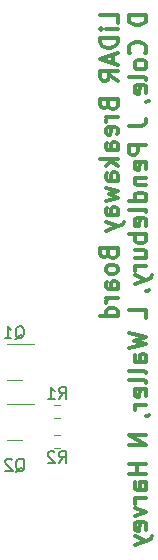
<source format=gbr>
%TF.GenerationSoftware,KiCad,Pcbnew,(7.0.0)*%
%TF.CreationDate,2023-04-25T13:15:43+01:00*%
%TF.ProjectId,LiDAR-Board,4c694441-522d-4426-9f61-72642e6b6963,rev?*%
%TF.SameCoordinates,Original*%
%TF.FileFunction,Legend,Bot*%
%TF.FilePolarity,Positive*%
%FSLAX46Y46*%
G04 Gerber Fmt 4.6, Leading zero omitted, Abs format (unit mm)*
G04 Created by KiCad (PCBNEW (7.0.0)) date 2023-04-25 13:15:43*
%MOMM*%
%LPD*%
G01*
G04 APERTURE LIST*
%ADD10C,0.300000*%
%ADD11C,0.150000*%
%ADD12C,0.120000*%
G04 APERTURE END LIST*
D10*
X153682171Y-93629028D02*
X153682171Y-92914742D01*
X153682171Y-92914742D02*
X152182171Y-92914742D01*
X153682171Y-94129028D02*
X152682171Y-94129028D01*
X152182171Y-94129028D02*
X152253600Y-94057600D01*
X152253600Y-94057600D02*
X152325028Y-94129028D01*
X152325028Y-94129028D02*
X152253600Y-94200457D01*
X152253600Y-94200457D02*
X152182171Y-94129028D01*
X152182171Y-94129028D02*
X152325028Y-94129028D01*
X153682171Y-94843314D02*
X152182171Y-94843314D01*
X152182171Y-94843314D02*
X152182171Y-95200457D01*
X152182171Y-95200457D02*
X152253600Y-95414743D01*
X152253600Y-95414743D02*
X152396457Y-95557600D01*
X152396457Y-95557600D02*
X152539314Y-95629029D01*
X152539314Y-95629029D02*
X152825028Y-95700457D01*
X152825028Y-95700457D02*
X153039314Y-95700457D01*
X153039314Y-95700457D02*
X153325028Y-95629029D01*
X153325028Y-95629029D02*
X153467885Y-95557600D01*
X153467885Y-95557600D02*
X153610742Y-95414743D01*
X153610742Y-95414743D02*
X153682171Y-95200457D01*
X153682171Y-95200457D02*
X153682171Y-94843314D01*
X153253600Y-96271886D02*
X153253600Y-96986172D01*
X153682171Y-96129029D02*
X152182171Y-96629029D01*
X152182171Y-96629029D02*
X153682171Y-97129029D01*
X153682171Y-98486171D02*
X152967885Y-97986171D01*
X153682171Y-97629028D02*
X152182171Y-97629028D01*
X152182171Y-97629028D02*
X152182171Y-98200457D01*
X152182171Y-98200457D02*
X152253600Y-98343314D01*
X152253600Y-98343314D02*
X152325028Y-98414743D01*
X152325028Y-98414743D02*
X152467885Y-98486171D01*
X152467885Y-98486171D02*
X152682171Y-98486171D01*
X152682171Y-98486171D02*
X152825028Y-98414743D01*
X152825028Y-98414743D02*
X152896457Y-98343314D01*
X152896457Y-98343314D02*
X152967885Y-98200457D01*
X152967885Y-98200457D02*
X152967885Y-97629028D01*
X152896457Y-100529028D02*
X152967885Y-100743314D01*
X152967885Y-100743314D02*
X153039314Y-100814743D01*
X153039314Y-100814743D02*
X153182171Y-100886171D01*
X153182171Y-100886171D02*
X153396457Y-100886171D01*
X153396457Y-100886171D02*
X153539314Y-100814743D01*
X153539314Y-100814743D02*
X153610742Y-100743314D01*
X153610742Y-100743314D02*
X153682171Y-100600457D01*
X153682171Y-100600457D02*
X153682171Y-100029028D01*
X153682171Y-100029028D02*
X152182171Y-100029028D01*
X152182171Y-100029028D02*
X152182171Y-100529028D01*
X152182171Y-100529028D02*
X152253600Y-100671886D01*
X152253600Y-100671886D02*
X152325028Y-100743314D01*
X152325028Y-100743314D02*
X152467885Y-100814743D01*
X152467885Y-100814743D02*
X152610742Y-100814743D01*
X152610742Y-100814743D02*
X152753600Y-100743314D01*
X152753600Y-100743314D02*
X152825028Y-100671886D01*
X152825028Y-100671886D02*
X152896457Y-100529028D01*
X152896457Y-100529028D02*
X152896457Y-100029028D01*
X153682171Y-101529028D02*
X152682171Y-101529028D01*
X152967885Y-101529028D02*
X152825028Y-101600457D01*
X152825028Y-101600457D02*
X152753600Y-101671886D01*
X152753600Y-101671886D02*
X152682171Y-101814743D01*
X152682171Y-101814743D02*
X152682171Y-101957600D01*
X153610742Y-103029028D02*
X153682171Y-102886171D01*
X153682171Y-102886171D02*
X153682171Y-102600457D01*
X153682171Y-102600457D02*
X153610742Y-102457599D01*
X153610742Y-102457599D02*
X153467885Y-102386171D01*
X153467885Y-102386171D02*
X152896457Y-102386171D01*
X152896457Y-102386171D02*
X152753600Y-102457599D01*
X152753600Y-102457599D02*
X152682171Y-102600457D01*
X152682171Y-102600457D02*
X152682171Y-102886171D01*
X152682171Y-102886171D02*
X152753600Y-103029028D01*
X152753600Y-103029028D02*
X152896457Y-103100457D01*
X152896457Y-103100457D02*
X153039314Y-103100457D01*
X153039314Y-103100457D02*
X153182171Y-102386171D01*
X153682171Y-104386171D02*
X152896457Y-104386171D01*
X152896457Y-104386171D02*
X152753600Y-104314742D01*
X152753600Y-104314742D02*
X152682171Y-104171885D01*
X152682171Y-104171885D02*
X152682171Y-103886171D01*
X152682171Y-103886171D02*
X152753600Y-103743313D01*
X153610742Y-104386171D02*
X153682171Y-104243313D01*
X153682171Y-104243313D02*
X153682171Y-103886171D01*
X153682171Y-103886171D02*
X153610742Y-103743313D01*
X153610742Y-103743313D02*
X153467885Y-103671885D01*
X153467885Y-103671885D02*
X153325028Y-103671885D01*
X153325028Y-103671885D02*
X153182171Y-103743313D01*
X153182171Y-103743313D02*
X153110742Y-103886171D01*
X153110742Y-103886171D02*
X153110742Y-104243313D01*
X153110742Y-104243313D02*
X153039314Y-104386171D01*
X153682171Y-105100456D02*
X152182171Y-105100456D01*
X153110742Y-105243314D02*
X153682171Y-105671885D01*
X152682171Y-105671885D02*
X153253600Y-105100456D01*
X153682171Y-106957600D02*
X152896457Y-106957600D01*
X152896457Y-106957600D02*
X152753600Y-106886171D01*
X152753600Y-106886171D02*
X152682171Y-106743314D01*
X152682171Y-106743314D02*
X152682171Y-106457600D01*
X152682171Y-106457600D02*
X152753600Y-106314742D01*
X153610742Y-106957600D02*
X153682171Y-106814742D01*
X153682171Y-106814742D02*
X153682171Y-106457600D01*
X153682171Y-106457600D02*
X153610742Y-106314742D01*
X153610742Y-106314742D02*
X153467885Y-106243314D01*
X153467885Y-106243314D02*
X153325028Y-106243314D01*
X153325028Y-106243314D02*
X153182171Y-106314742D01*
X153182171Y-106314742D02*
X153110742Y-106457600D01*
X153110742Y-106457600D02*
X153110742Y-106814742D01*
X153110742Y-106814742D02*
X153039314Y-106957600D01*
X152682171Y-107529028D02*
X153682171Y-107814743D01*
X153682171Y-107814743D02*
X152967885Y-108100457D01*
X152967885Y-108100457D02*
X153682171Y-108386171D01*
X153682171Y-108386171D02*
X152682171Y-108671885D01*
X153682171Y-109886172D02*
X152896457Y-109886172D01*
X152896457Y-109886172D02*
X152753600Y-109814743D01*
X152753600Y-109814743D02*
X152682171Y-109671886D01*
X152682171Y-109671886D02*
X152682171Y-109386172D01*
X152682171Y-109386172D02*
X152753600Y-109243314D01*
X153610742Y-109886172D02*
X153682171Y-109743314D01*
X153682171Y-109743314D02*
X153682171Y-109386172D01*
X153682171Y-109386172D02*
X153610742Y-109243314D01*
X153610742Y-109243314D02*
X153467885Y-109171886D01*
X153467885Y-109171886D02*
X153325028Y-109171886D01*
X153325028Y-109171886D02*
X153182171Y-109243314D01*
X153182171Y-109243314D02*
X153110742Y-109386172D01*
X153110742Y-109386172D02*
X153110742Y-109743314D01*
X153110742Y-109743314D02*
X153039314Y-109886172D01*
X152682171Y-110457600D02*
X153682171Y-110814743D01*
X152682171Y-111171886D02*
X153682171Y-110814743D01*
X153682171Y-110814743D02*
X154039314Y-110671886D01*
X154039314Y-110671886D02*
X154110742Y-110600457D01*
X154110742Y-110600457D02*
X154182171Y-110457600D01*
X152896457Y-113143314D02*
X152967885Y-113357600D01*
X152967885Y-113357600D02*
X153039314Y-113429029D01*
X153039314Y-113429029D02*
X153182171Y-113500457D01*
X153182171Y-113500457D02*
X153396457Y-113500457D01*
X153396457Y-113500457D02*
X153539314Y-113429029D01*
X153539314Y-113429029D02*
X153610742Y-113357600D01*
X153610742Y-113357600D02*
X153682171Y-113214743D01*
X153682171Y-113214743D02*
X153682171Y-112643314D01*
X153682171Y-112643314D02*
X152182171Y-112643314D01*
X152182171Y-112643314D02*
X152182171Y-113143314D01*
X152182171Y-113143314D02*
X152253600Y-113286172D01*
X152253600Y-113286172D02*
X152325028Y-113357600D01*
X152325028Y-113357600D02*
X152467885Y-113429029D01*
X152467885Y-113429029D02*
X152610742Y-113429029D01*
X152610742Y-113429029D02*
X152753600Y-113357600D01*
X152753600Y-113357600D02*
X152825028Y-113286172D01*
X152825028Y-113286172D02*
X152896457Y-113143314D01*
X152896457Y-113143314D02*
X152896457Y-112643314D01*
X153682171Y-114357600D02*
X153610742Y-114214743D01*
X153610742Y-114214743D02*
X153539314Y-114143314D01*
X153539314Y-114143314D02*
X153396457Y-114071886D01*
X153396457Y-114071886D02*
X152967885Y-114071886D01*
X152967885Y-114071886D02*
X152825028Y-114143314D01*
X152825028Y-114143314D02*
X152753600Y-114214743D01*
X152753600Y-114214743D02*
X152682171Y-114357600D01*
X152682171Y-114357600D02*
X152682171Y-114571886D01*
X152682171Y-114571886D02*
X152753600Y-114714743D01*
X152753600Y-114714743D02*
X152825028Y-114786172D01*
X152825028Y-114786172D02*
X152967885Y-114857600D01*
X152967885Y-114857600D02*
X153396457Y-114857600D01*
X153396457Y-114857600D02*
X153539314Y-114786172D01*
X153539314Y-114786172D02*
X153610742Y-114714743D01*
X153610742Y-114714743D02*
X153682171Y-114571886D01*
X153682171Y-114571886D02*
X153682171Y-114357600D01*
X153682171Y-116143315D02*
X152896457Y-116143315D01*
X152896457Y-116143315D02*
X152753600Y-116071886D01*
X152753600Y-116071886D02*
X152682171Y-115929029D01*
X152682171Y-115929029D02*
X152682171Y-115643315D01*
X152682171Y-115643315D02*
X152753600Y-115500457D01*
X153610742Y-116143315D02*
X153682171Y-116000457D01*
X153682171Y-116000457D02*
X153682171Y-115643315D01*
X153682171Y-115643315D02*
X153610742Y-115500457D01*
X153610742Y-115500457D02*
X153467885Y-115429029D01*
X153467885Y-115429029D02*
X153325028Y-115429029D01*
X153325028Y-115429029D02*
X153182171Y-115500457D01*
X153182171Y-115500457D02*
X153110742Y-115643315D01*
X153110742Y-115643315D02*
X153110742Y-116000457D01*
X153110742Y-116000457D02*
X153039314Y-116143315D01*
X153682171Y-116857600D02*
X152682171Y-116857600D01*
X152967885Y-116857600D02*
X152825028Y-116929029D01*
X152825028Y-116929029D02*
X152753600Y-117000458D01*
X152753600Y-117000458D02*
X152682171Y-117143315D01*
X152682171Y-117143315D02*
X152682171Y-117286172D01*
X153682171Y-118429029D02*
X152182171Y-118429029D01*
X153610742Y-118429029D02*
X153682171Y-118286171D01*
X153682171Y-118286171D02*
X153682171Y-118000457D01*
X153682171Y-118000457D02*
X153610742Y-117857600D01*
X153610742Y-117857600D02*
X153539314Y-117786171D01*
X153539314Y-117786171D02*
X153396457Y-117714743D01*
X153396457Y-117714743D02*
X152967885Y-117714743D01*
X152967885Y-117714743D02*
X152825028Y-117786171D01*
X152825028Y-117786171D02*
X152753600Y-117857600D01*
X152753600Y-117857600D02*
X152682171Y-118000457D01*
X152682171Y-118000457D02*
X152682171Y-118286171D01*
X152682171Y-118286171D02*
X152753600Y-118429029D01*
X156112171Y-92914742D02*
X154612171Y-92914742D01*
X154612171Y-92914742D02*
X154612171Y-93271885D01*
X154612171Y-93271885D02*
X154683600Y-93486171D01*
X154683600Y-93486171D02*
X154826457Y-93629028D01*
X154826457Y-93629028D02*
X154969314Y-93700457D01*
X154969314Y-93700457D02*
X155255028Y-93771885D01*
X155255028Y-93771885D02*
X155469314Y-93771885D01*
X155469314Y-93771885D02*
X155755028Y-93700457D01*
X155755028Y-93700457D02*
X155897885Y-93629028D01*
X155897885Y-93629028D02*
X156040742Y-93486171D01*
X156040742Y-93486171D02*
X156112171Y-93271885D01*
X156112171Y-93271885D02*
X156112171Y-92914742D01*
X155969314Y-96171885D02*
X156040742Y-96100457D01*
X156040742Y-96100457D02*
X156112171Y-95886171D01*
X156112171Y-95886171D02*
X156112171Y-95743314D01*
X156112171Y-95743314D02*
X156040742Y-95529028D01*
X156040742Y-95529028D02*
X155897885Y-95386171D01*
X155897885Y-95386171D02*
X155755028Y-95314742D01*
X155755028Y-95314742D02*
X155469314Y-95243314D01*
X155469314Y-95243314D02*
X155255028Y-95243314D01*
X155255028Y-95243314D02*
X154969314Y-95314742D01*
X154969314Y-95314742D02*
X154826457Y-95386171D01*
X154826457Y-95386171D02*
X154683600Y-95529028D01*
X154683600Y-95529028D02*
X154612171Y-95743314D01*
X154612171Y-95743314D02*
X154612171Y-95886171D01*
X154612171Y-95886171D02*
X154683600Y-96100457D01*
X154683600Y-96100457D02*
X154755028Y-96171885D01*
X156112171Y-97029028D02*
X156040742Y-96886171D01*
X156040742Y-96886171D02*
X155969314Y-96814742D01*
X155969314Y-96814742D02*
X155826457Y-96743314D01*
X155826457Y-96743314D02*
X155397885Y-96743314D01*
X155397885Y-96743314D02*
X155255028Y-96814742D01*
X155255028Y-96814742D02*
X155183600Y-96886171D01*
X155183600Y-96886171D02*
X155112171Y-97029028D01*
X155112171Y-97029028D02*
X155112171Y-97243314D01*
X155112171Y-97243314D02*
X155183600Y-97386171D01*
X155183600Y-97386171D02*
X155255028Y-97457600D01*
X155255028Y-97457600D02*
X155397885Y-97529028D01*
X155397885Y-97529028D02*
X155826457Y-97529028D01*
X155826457Y-97529028D02*
X155969314Y-97457600D01*
X155969314Y-97457600D02*
X156040742Y-97386171D01*
X156040742Y-97386171D02*
X156112171Y-97243314D01*
X156112171Y-97243314D02*
X156112171Y-97029028D01*
X156112171Y-98386171D02*
X156040742Y-98243314D01*
X156040742Y-98243314D02*
X155897885Y-98171885D01*
X155897885Y-98171885D02*
X154612171Y-98171885D01*
X156040742Y-99529028D02*
X156112171Y-99386171D01*
X156112171Y-99386171D02*
X156112171Y-99100457D01*
X156112171Y-99100457D02*
X156040742Y-98957599D01*
X156040742Y-98957599D02*
X155897885Y-98886171D01*
X155897885Y-98886171D02*
X155326457Y-98886171D01*
X155326457Y-98886171D02*
X155183600Y-98957599D01*
X155183600Y-98957599D02*
X155112171Y-99100457D01*
X155112171Y-99100457D02*
X155112171Y-99386171D01*
X155112171Y-99386171D02*
X155183600Y-99529028D01*
X155183600Y-99529028D02*
X155326457Y-99600457D01*
X155326457Y-99600457D02*
X155469314Y-99600457D01*
X155469314Y-99600457D02*
X155612171Y-98886171D01*
X156040742Y-100314742D02*
X156112171Y-100314742D01*
X156112171Y-100314742D02*
X156255028Y-100243313D01*
X156255028Y-100243313D02*
X156326457Y-100171885D01*
X154612171Y-102286171D02*
X155683600Y-102286171D01*
X155683600Y-102286171D02*
X155897885Y-102214742D01*
X155897885Y-102214742D02*
X156040742Y-102071885D01*
X156040742Y-102071885D02*
X156112171Y-101857599D01*
X156112171Y-101857599D02*
X156112171Y-101714742D01*
X156112171Y-103900456D02*
X154612171Y-103900456D01*
X154612171Y-103900456D02*
X154612171Y-104471885D01*
X154612171Y-104471885D02*
X154683600Y-104614742D01*
X154683600Y-104614742D02*
X154755028Y-104686171D01*
X154755028Y-104686171D02*
X154897885Y-104757599D01*
X154897885Y-104757599D02*
X155112171Y-104757599D01*
X155112171Y-104757599D02*
X155255028Y-104686171D01*
X155255028Y-104686171D02*
X155326457Y-104614742D01*
X155326457Y-104614742D02*
X155397885Y-104471885D01*
X155397885Y-104471885D02*
X155397885Y-103900456D01*
X156040742Y-105971885D02*
X156112171Y-105829028D01*
X156112171Y-105829028D02*
X156112171Y-105543314D01*
X156112171Y-105543314D02*
X156040742Y-105400456D01*
X156040742Y-105400456D02*
X155897885Y-105329028D01*
X155897885Y-105329028D02*
X155326457Y-105329028D01*
X155326457Y-105329028D02*
X155183600Y-105400456D01*
X155183600Y-105400456D02*
X155112171Y-105543314D01*
X155112171Y-105543314D02*
X155112171Y-105829028D01*
X155112171Y-105829028D02*
X155183600Y-105971885D01*
X155183600Y-105971885D02*
X155326457Y-106043314D01*
X155326457Y-106043314D02*
X155469314Y-106043314D01*
X155469314Y-106043314D02*
X155612171Y-105329028D01*
X155112171Y-106686170D02*
X156112171Y-106686170D01*
X155255028Y-106686170D02*
X155183600Y-106757599D01*
X155183600Y-106757599D02*
X155112171Y-106900456D01*
X155112171Y-106900456D02*
X155112171Y-107114742D01*
X155112171Y-107114742D02*
X155183600Y-107257599D01*
X155183600Y-107257599D02*
X155326457Y-107329028D01*
X155326457Y-107329028D02*
X156112171Y-107329028D01*
X156112171Y-108686171D02*
X154612171Y-108686171D01*
X156040742Y-108686171D02*
X156112171Y-108543313D01*
X156112171Y-108543313D02*
X156112171Y-108257599D01*
X156112171Y-108257599D02*
X156040742Y-108114742D01*
X156040742Y-108114742D02*
X155969314Y-108043313D01*
X155969314Y-108043313D02*
X155826457Y-107971885D01*
X155826457Y-107971885D02*
X155397885Y-107971885D01*
X155397885Y-107971885D02*
X155255028Y-108043313D01*
X155255028Y-108043313D02*
X155183600Y-108114742D01*
X155183600Y-108114742D02*
X155112171Y-108257599D01*
X155112171Y-108257599D02*
X155112171Y-108543313D01*
X155112171Y-108543313D02*
X155183600Y-108686171D01*
X156112171Y-109614742D02*
X156040742Y-109471885D01*
X156040742Y-109471885D02*
X155897885Y-109400456D01*
X155897885Y-109400456D02*
X154612171Y-109400456D01*
X156040742Y-110757599D02*
X156112171Y-110614742D01*
X156112171Y-110614742D02*
X156112171Y-110329028D01*
X156112171Y-110329028D02*
X156040742Y-110186170D01*
X156040742Y-110186170D02*
X155897885Y-110114742D01*
X155897885Y-110114742D02*
X155326457Y-110114742D01*
X155326457Y-110114742D02*
X155183600Y-110186170D01*
X155183600Y-110186170D02*
X155112171Y-110329028D01*
X155112171Y-110329028D02*
X155112171Y-110614742D01*
X155112171Y-110614742D02*
X155183600Y-110757599D01*
X155183600Y-110757599D02*
X155326457Y-110829028D01*
X155326457Y-110829028D02*
X155469314Y-110829028D01*
X155469314Y-110829028D02*
X155612171Y-110114742D01*
X156112171Y-111471884D02*
X154612171Y-111471884D01*
X155183600Y-111471884D02*
X155112171Y-111614742D01*
X155112171Y-111614742D02*
X155112171Y-111900456D01*
X155112171Y-111900456D02*
X155183600Y-112043313D01*
X155183600Y-112043313D02*
X155255028Y-112114742D01*
X155255028Y-112114742D02*
X155397885Y-112186170D01*
X155397885Y-112186170D02*
X155826457Y-112186170D01*
X155826457Y-112186170D02*
X155969314Y-112114742D01*
X155969314Y-112114742D02*
X156040742Y-112043313D01*
X156040742Y-112043313D02*
X156112171Y-111900456D01*
X156112171Y-111900456D02*
X156112171Y-111614742D01*
X156112171Y-111614742D02*
X156040742Y-111471884D01*
X155112171Y-113471885D02*
X156112171Y-113471885D01*
X155112171Y-112829027D02*
X155897885Y-112829027D01*
X155897885Y-112829027D02*
X156040742Y-112900456D01*
X156040742Y-112900456D02*
X156112171Y-113043313D01*
X156112171Y-113043313D02*
X156112171Y-113257599D01*
X156112171Y-113257599D02*
X156040742Y-113400456D01*
X156040742Y-113400456D02*
X155969314Y-113471885D01*
X156112171Y-114186170D02*
X155112171Y-114186170D01*
X155397885Y-114186170D02*
X155255028Y-114257599D01*
X155255028Y-114257599D02*
X155183600Y-114329028D01*
X155183600Y-114329028D02*
X155112171Y-114471885D01*
X155112171Y-114471885D02*
X155112171Y-114614742D01*
X155112171Y-114971884D02*
X156112171Y-115329027D01*
X155112171Y-115686170D02*
X156112171Y-115329027D01*
X156112171Y-115329027D02*
X156469314Y-115186170D01*
X156469314Y-115186170D02*
X156540742Y-115114741D01*
X156540742Y-115114741D02*
X156612171Y-114971884D01*
X156040742Y-116329027D02*
X156112171Y-116329027D01*
X156112171Y-116329027D02*
X156255028Y-116257598D01*
X156255028Y-116257598D02*
X156326457Y-116186170D01*
X156112171Y-118586170D02*
X156112171Y-117871884D01*
X156112171Y-117871884D02*
X154612171Y-117871884D01*
X154612171Y-119843313D02*
X156112171Y-120200456D01*
X156112171Y-120200456D02*
X155040742Y-120486170D01*
X155040742Y-120486170D02*
X156112171Y-120771885D01*
X156112171Y-120771885D02*
X154612171Y-121129028D01*
X156112171Y-122343314D02*
X155326457Y-122343314D01*
X155326457Y-122343314D02*
X155183600Y-122271885D01*
X155183600Y-122271885D02*
X155112171Y-122129028D01*
X155112171Y-122129028D02*
X155112171Y-121843314D01*
X155112171Y-121843314D02*
X155183600Y-121700456D01*
X156040742Y-122343314D02*
X156112171Y-122200456D01*
X156112171Y-122200456D02*
X156112171Y-121843314D01*
X156112171Y-121843314D02*
X156040742Y-121700456D01*
X156040742Y-121700456D02*
X155897885Y-121629028D01*
X155897885Y-121629028D02*
X155755028Y-121629028D01*
X155755028Y-121629028D02*
X155612171Y-121700456D01*
X155612171Y-121700456D02*
X155540742Y-121843314D01*
X155540742Y-121843314D02*
X155540742Y-122200456D01*
X155540742Y-122200456D02*
X155469314Y-122343314D01*
X156112171Y-123271885D02*
X156040742Y-123129028D01*
X156040742Y-123129028D02*
X155897885Y-123057599D01*
X155897885Y-123057599D02*
X154612171Y-123057599D01*
X156112171Y-124057599D02*
X156040742Y-123914742D01*
X156040742Y-123914742D02*
X155897885Y-123843313D01*
X155897885Y-123843313D02*
X154612171Y-123843313D01*
X156040742Y-125200456D02*
X156112171Y-125057599D01*
X156112171Y-125057599D02*
X156112171Y-124771885D01*
X156112171Y-124771885D02*
X156040742Y-124629027D01*
X156040742Y-124629027D02*
X155897885Y-124557599D01*
X155897885Y-124557599D02*
X155326457Y-124557599D01*
X155326457Y-124557599D02*
X155183600Y-124629027D01*
X155183600Y-124629027D02*
X155112171Y-124771885D01*
X155112171Y-124771885D02*
X155112171Y-125057599D01*
X155112171Y-125057599D02*
X155183600Y-125200456D01*
X155183600Y-125200456D02*
X155326457Y-125271885D01*
X155326457Y-125271885D02*
X155469314Y-125271885D01*
X155469314Y-125271885D02*
X155612171Y-124557599D01*
X156112171Y-125914741D02*
X155112171Y-125914741D01*
X155397885Y-125914741D02*
X155255028Y-125986170D01*
X155255028Y-125986170D02*
X155183600Y-126057599D01*
X155183600Y-126057599D02*
X155112171Y-126200456D01*
X155112171Y-126200456D02*
X155112171Y-126343313D01*
X156040742Y-126914741D02*
X156112171Y-126914741D01*
X156112171Y-126914741D02*
X156255028Y-126843312D01*
X156255028Y-126843312D02*
X156326457Y-126771884D01*
X156112171Y-128457598D02*
X154612171Y-128457598D01*
X154612171Y-128457598D02*
X156112171Y-129314741D01*
X156112171Y-129314741D02*
X154612171Y-129314741D01*
X156112171Y-130929027D02*
X154612171Y-130929027D01*
X155326457Y-130929027D02*
X155326457Y-131786170D01*
X156112171Y-131786170D02*
X154612171Y-131786170D01*
X156112171Y-133143314D02*
X155326457Y-133143314D01*
X155326457Y-133143314D02*
X155183600Y-133071885D01*
X155183600Y-133071885D02*
X155112171Y-132929028D01*
X155112171Y-132929028D02*
X155112171Y-132643314D01*
X155112171Y-132643314D02*
X155183600Y-132500456D01*
X156040742Y-133143314D02*
X156112171Y-133000456D01*
X156112171Y-133000456D02*
X156112171Y-132643314D01*
X156112171Y-132643314D02*
X156040742Y-132500456D01*
X156040742Y-132500456D02*
X155897885Y-132429028D01*
X155897885Y-132429028D02*
X155755028Y-132429028D01*
X155755028Y-132429028D02*
X155612171Y-132500456D01*
X155612171Y-132500456D02*
X155540742Y-132643314D01*
X155540742Y-132643314D02*
X155540742Y-133000456D01*
X155540742Y-133000456D02*
X155469314Y-133143314D01*
X156112171Y-133857599D02*
X155112171Y-133857599D01*
X155397885Y-133857599D02*
X155255028Y-133929028D01*
X155255028Y-133929028D02*
X155183600Y-134000457D01*
X155183600Y-134000457D02*
X155112171Y-134143314D01*
X155112171Y-134143314D02*
X155112171Y-134286171D01*
X155112171Y-134643313D02*
X156112171Y-135000456D01*
X156112171Y-135000456D02*
X155112171Y-135357599D01*
X156040742Y-136500456D02*
X156112171Y-136357599D01*
X156112171Y-136357599D02*
X156112171Y-136071885D01*
X156112171Y-136071885D02*
X156040742Y-135929027D01*
X156040742Y-135929027D02*
X155897885Y-135857599D01*
X155897885Y-135857599D02*
X155326457Y-135857599D01*
X155326457Y-135857599D02*
X155183600Y-135929027D01*
X155183600Y-135929027D02*
X155112171Y-136071885D01*
X155112171Y-136071885D02*
X155112171Y-136357599D01*
X155112171Y-136357599D02*
X155183600Y-136500456D01*
X155183600Y-136500456D02*
X155326457Y-136571885D01*
X155326457Y-136571885D02*
X155469314Y-136571885D01*
X155469314Y-136571885D02*
X155612171Y-135857599D01*
X155112171Y-137071884D02*
X156112171Y-137429027D01*
X155112171Y-137786170D02*
X156112171Y-137429027D01*
X156112171Y-137429027D02*
X156469314Y-137286170D01*
X156469314Y-137286170D02*
X156540742Y-137214741D01*
X156540742Y-137214741D02*
X156612171Y-137071884D01*
D11*
%TO.C,Q1*%
X145019738Y-120363619D02*
X145114976Y-120316000D01*
X145114976Y-120316000D02*
X145210214Y-120220761D01*
X145210214Y-120220761D02*
X145353071Y-120077904D01*
X145353071Y-120077904D02*
X145448309Y-120030285D01*
X145448309Y-120030285D02*
X145543547Y-120030285D01*
X145495928Y-120268380D02*
X145591166Y-120220761D01*
X145591166Y-120220761D02*
X145686404Y-120125523D01*
X145686404Y-120125523D02*
X145734023Y-119935047D01*
X145734023Y-119935047D02*
X145734023Y-119601714D01*
X145734023Y-119601714D02*
X145686404Y-119411238D01*
X145686404Y-119411238D02*
X145591166Y-119316000D01*
X145591166Y-119316000D02*
X145495928Y-119268380D01*
X145495928Y-119268380D02*
X145305452Y-119268380D01*
X145305452Y-119268380D02*
X145210214Y-119316000D01*
X145210214Y-119316000D02*
X145114976Y-119411238D01*
X145114976Y-119411238D02*
X145067357Y-119601714D01*
X145067357Y-119601714D02*
X145067357Y-119935047D01*
X145067357Y-119935047D02*
X145114976Y-120125523D01*
X145114976Y-120125523D02*
X145210214Y-120220761D01*
X145210214Y-120220761D02*
X145305452Y-120268380D01*
X145305452Y-120268380D02*
X145495928Y-120268380D01*
X144114976Y-120268380D02*
X144686404Y-120268380D01*
X144400690Y-120268380D02*
X144400690Y-119268380D01*
X144400690Y-119268380D02*
X144495928Y-119411238D01*
X144495928Y-119411238D02*
X144591166Y-119506476D01*
X144591166Y-119506476D02*
X144686404Y-119554095D01*
%TO.C,R1*%
X148725666Y-125429380D02*
X149058999Y-124953190D01*
X149297094Y-125429380D02*
X149297094Y-124429380D01*
X149297094Y-124429380D02*
X148916142Y-124429380D01*
X148916142Y-124429380D02*
X148820904Y-124477000D01*
X148820904Y-124477000D02*
X148773285Y-124524619D01*
X148773285Y-124524619D02*
X148725666Y-124619857D01*
X148725666Y-124619857D02*
X148725666Y-124762714D01*
X148725666Y-124762714D02*
X148773285Y-124857952D01*
X148773285Y-124857952D02*
X148820904Y-124905571D01*
X148820904Y-124905571D02*
X148916142Y-124953190D01*
X148916142Y-124953190D02*
X149297094Y-124953190D01*
X147773285Y-125429380D02*
X148344713Y-125429380D01*
X148058999Y-125429380D02*
X148058999Y-124429380D01*
X148058999Y-124429380D02*
X148154237Y-124572238D01*
X148154237Y-124572238D02*
X148249475Y-124667476D01*
X148249475Y-124667476D02*
X148344713Y-124715095D01*
%TO.C,R2*%
X148695666Y-130857380D02*
X149028999Y-130381190D01*
X149267094Y-130857380D02*
X149267094Y-129857380D01*
X149267094Y-129857380D02*
X148886142Y-129857380D01*
X148886142Y-129857380D02*
X148790904Y-129905000D01*
X148790904Y-129905000D02*
X148743285Y-129952619D01*
X148743285Y-129952619D02*
X148695666Y-130047857D01*
X148695666Y-130047857D02*
X148695666Y-130190714D01*
X148695666Y-130190714D02*
X148743285Y-130285952D01*
X148743285Y-130285952D02*
X148790904Y-130333571D01*
X148790904Y-130333571D02*
X148886142Y-130381190D01*
X148886142Y-130381190D02*
X149267094Y-130381190D01*
X148314713Y-129952619D02*
X148267094Y-129905000D01*
X148267094Y-129905000D02*
X148171856Y-129857380D01*
X148171856Y-129857380D02*
X147933761Y-129857380D01*
X147933761Y-129857380D02*
X147838523Y-129905000D01*
X147838523Y-129905000D02*
X147790904Y-129952619D01*
X147790904Y-129952619D02*
X147743285Y-130047857D01*
X147743285Y-130047857D02*
X147743285Y-130143095D01*
X147743285Y-130143095D02*
X147790904Y-130285952D01*
X147790904Y-130285952D02*
X148362332Y-130857380D01*
X148362332Y-130857380D02*
X147743285Y-130857380D01*
%TO.C,Q2*%
X145068238Y-131587619D02*
X145163476Y-131540000D01*
X145163476Y-131540000D02*
X145258714Y-131444761D01*
X145258714Y-131444761D02*
X145401571Y-131301904D01*
X145401571Y-131301904D02*
X145496809Y-131254285D01*
X145496809Y-131254285D02*
X145592047Y-131254285D01*
X145544428Y-131492380D02*
X145639666Y-131444761D01*
X145639666Y-131444761D02*
X145734904Y-131349523D01*
X145734904Y-131349523D02*
X145782523Y-131159047D01*
X145782523Y-131159047D02*
X145782523Y-130825714D01*
X145782523Y-130825714D02*
X145734904Y-130635238D01*
X145734904Y-130635238D02*
X145639666Y-130540000D01*
X145639666Y-130540000D02*
X145544428Y-130492380D01*
X145544428Y-130492380D02*
X145353952Y-130492380D01*
X145353952Y-130492380D02*
X145258714Y-130540000D01*
X145258714Y-130540000D02*
X145163476Y-130635238D01*
X145163476Y-130635238D02*
X145115857Y-130825714D01*
X145115857Y-130825714D02*
X145115857Y-131159047D01*
X145115857Y-131159047D02*
X145163476Y-131349523D01*
X145163476Y-131349523D02*
X145258714Y-131444761D01*
X145258714Y-131444761D02*
X145353952Y-131492380D01*
X145353952Y-131492380D02*
X145544428Y-131492380D01*
X144734904Y-130587619D02*
X144687285Y-130540000D01*
X144687285Y-130540000D02*
X144592047Y-130492380D01*
X144592047Y-130492380D02*
X144353952Y-130492380D01*
X144353952Y-130492380D02*
X144258714Y-130540000D01*
X144258714Y-130540000D02*
X144211095Y-130587619D01*
X144211095Y-130587619D02*
X144163476Y-130682857D01*
X144163476Y-130682857D02*
X144163476Y-130778095D01*
X144163476Y-130778095D02*
X144211095Y-130920952D01*
X144211095Y-130920952D02*
X144782523Y-131492380D01*
X144782523Y-131492380D02*
X144163476Y-131492380D01*
D12*
%TO.C,Q1*%
X144924500Y-123861000D02*
X145574500Y-123861000D01*
X144924500Y-123861000D02*
X144274500Y-123861000D01*
X144924500Y-120741000D02*
X146599500Y-120741000D01*
X144924500Y-120741000D02*
X144274500Y-120741000D01*
%TO.C,R1*%
X148796258Y-127014500D02*
X148321742Y-127014500D01*
X148796258Y-125969500D02*
X148321742Y-125969500D01*
%TO.C,R2*%
X148796258Y-129554500D02*
X148321742Y-129554500D01*
X148796258Y-128509500D02*
X148321742Y-128509500D01*
%TO.C,Q2*%
X144924500Y-128941000D02*
X145574500Y-128941000D01*
X144924500Y-128941000D02*
X144274500Y-128941000D01*
X144924500Y-125821000D02*
X146599500Y-125821000D01*
X144924500Y-125821000D02*
X144274500Y-125821000D01*
%TD*%
M02*

</source>
